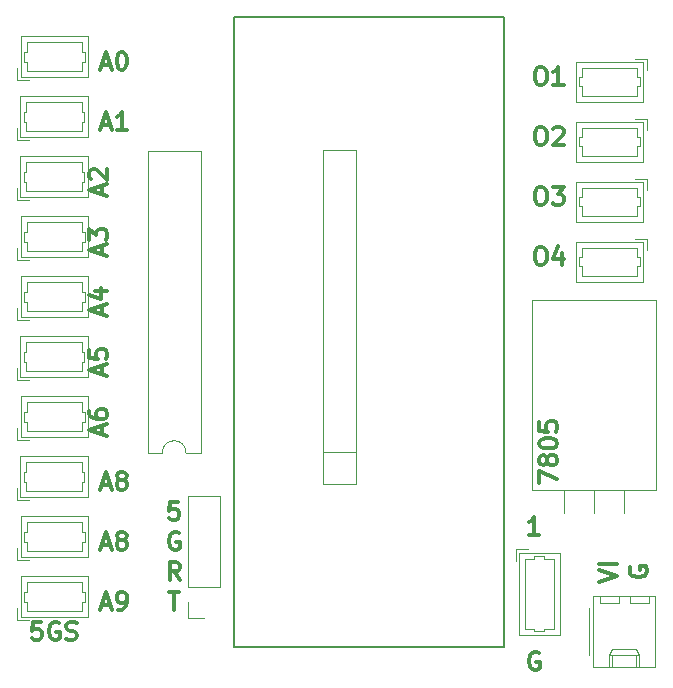
<source format=gbr>
G04 #@! TF.GenerationSoftware,KiCad,Pcbnew,5.0.2*
G04 #@! TF.CreationDate,2019-10-07T10:21:51-03:00*
G04 #@! TF.ProjectId,passavfp,70617373-6176-4667-902e-6b696361645f,rev?*
G04 #@! TF.SameCoordinates,Original*
G04 #@! TF.FileFunction,Legend,Top*
G04 #@! TF.FilePolarity,Positive*
%FSLAX46Y46*%
G04 Gerber Fmt 4.6, Leading zero omitted, Abs format (unit mm)*
G04 Created by KiCad (PCBNEW 5.0.2) date seg 07 out 2019 10:21:51 -03*
%MOMM*%
%LPD*%
G01*
G04 APERTURE LIST*
%ADD10C,0.300000*%
%ADD11C,0.120000*%
%ADD12C,0.150000*%
G04 APERTURE END LIST*
D10*
X136178571Y-107758571D02*
X135321428Y-107758571D01*
X135750000Y-107758571D02*
X135750000Y-106258571D01*
X135607142Y-106472857D01*
X135464285Y-106615714D01*
X135321428Y-106687142D01*
X136142857Y-117760000D02*
X136000000Y-117688571D01*
X135785714Y-117688571D01*
X135571428Y-117760000D01*
X135428571Y-117902857D01*
X135357142Y-118045714D01*
X135285714Y-118331428D01*
X135285714Y-118545714D01*
X135357142Y-118831428D01*
X135428571Y-118974285D01*
X135571428Y-119117142D01*
X135785714Y-119188571D01*
X135928571Y-119188571D01*
X136142857Y-119117142D01*
X136214285Y-119045714D01*
X136214285Y-118545714D01*
X135928571Y-118545714D01*
X136162857Y-83398571D02*
X136448571Y-83398571D01*
X136591428Y-83470000D01*
X136734285Y-83612857D01*
X136805714Y-83898571D01*
X136805714Y-84398571D01*
X136734285Y-84684285D01*
X136591428Y-84827142D01*
X136448571Y-84898571D01*
X136162857Y-84898571D01*
X136020000Y-84827142D01*
X135877142Y-84684285D01*
X135805714Y-84398571D01*
X135805714Y-83898571D01*
X135877142Y-83612857D01*
X136020000Y-83470000D01*
X136162857Y-83398571D01*
X138091428Y-83898571D02*
X138091428Y-84898571D01*
X137734285Y-83327142D02*
X137377142Y-84398571D01*
X138305714Y-84398571D01*
X136162857Y-78318571D02*
X136448571Y-78318571D01*
X136591428Y-78390000D01*
X136734285Y-78532857D01*
X136805714Y-78818571D01*
X136805714Y-79318571D01*
X136734285Y-79604285D01*
X136591428Y-79747142D01*
X136448571Y-79818571D01*
X136162857Y-79818571D01*
X136020000Y-79747142D01*
X135877142Y-79604285D01*
X135805714Y-79318571D01*
X135805714Y-78818571D01*
X135877142Y-78532857D01*
X136020000Y-78390000D01*
X136162857Y-78318571D01*
X137305714Y-78318571D02*
X138234285Y-78318571D01*
X137734285Y-78890000D01*
X137948571Y-78890000D01*
X138091428Y-78961428D01*
X138162857Y-79032857D01*
X138234285Y-79175714D01*
X138234285Y-79532857D01*
X138162857Y-79675714D01*
X138091428Y-79747142D01*
X137948571Y-79818571D01*
X137520000Y-79818571D01*
X137377142Y-79747142D01*
X137305714Y-79675714D01*
X136162857Y-73238571D02*
X136448571Y-73238571D01*
X136591428Y-73310000D01*
X136734285Y-73452857D01*
X136805714Y-73738571D01*
X136805714Y-74238571D01*
X136734285Y-74524285D01*
X136591428Y-74667142D01*
X136448571Y-74738571D01*
X136162857Y-74738571D01*
X136020000Y-74667142D01*
X135877142Y-74524285D01*
X135805714Y-74238571D01*
X135805714Y-73738571D01*
X135877142Y-73452857D01*
X136020000Y-73310000D01*
X136162857Y-73238571D01*
X137377142Y-73381428D02*
X137448571Y-73310000D01*
X137591428Y-73238571D01*
X137948571Y-73238571D01*
X138091428Y-73310000D01*
X138162857Y-73381428D01*
X138234285Y-73524285D01*
X138234285Y-73667142D01*
X138162857Y-73881428D01*
X137305714Y-74738571D01*
X138234285Y-74738571D01*
X136162857Y-68158571D02*
X136448571Y-68158571D01*
X136591428Y-68230000D01*
X136734285Y-68372857D01*
X136805714Y-68658571D01*
X136805714Y-69158571D01*
X136734285Y-69444285D01*
X136591428Y-69587142D01*
X136448571Y-69658571D01*
X136162857Y-69658571D01*
X136020000Y-69587142D01*
X135877142Y-69444285D01*
X135805714Y-69158571D01*
X135805714Y-68658571D01*
X135877142Y-68372857D01*
X136020000Y-68230000D01*
X136162857Y-68158571D01*
X138234285Y-69658571D02*
X137377142Y-69658571D01*
X137805714Y-69658571D02*
X137805714Y-68158571D01*
X137662857Y-68372857D01*
X137520000Y-68515714D01*
X137377142Y-68587142D01*
X141273571Y-111747142D02*
X142773571Y-111247142D01*
X141273571Y-110747142D01*
X142773571Y-110247142D02*
X141273571Y-110247142D01*
X143895000Y-110497142D02*
X143823571Y-110640000D01*
X143823571Y-110854285D01*
X143895000Y-111068571D01*
X144037857Y-111211428D01*
X144180714Y-111282857D01*
X144466428Y-111354285D01*
X144680714Y-111354285D01*
X144966428Y-111282857D01*
X145109285Y-111211428D01*
X145252142Y-111068571D01*
X145323571Y-110854285D01*
X145323571Y-110711428D01*
X145252142Y-110497142D01*
X145180714Y-110425714D01*
X144680714Y-110425714D01*
X144680714Y-110711428D01*
X104841428Y-112608571D02*
X105698571Y-112608571D01*
X105270000Y-114108571D02*
X105270000Y-112608571D01*
X105734285Y-111568571D02*
X105234285Y-110854285D01*
X104877142Y-111568571D02*
X104877142Y-110068571D01*
X105448571Y-110068571D01*
X105591428Y-110140000D01*
X105662857Y-110211428D01*
X105734285Y-110354285D01*
X105734285Y-110568571D01*
X105662857Y-110711428D01*
X105591428Y-110782857D01*
X105448571Y-110854285D01*
X104877142Y-110854285D01*
X105662857Y-107600000D02*
X105520000Y-107528571D01*
X105305714Y-107528571D01*
X105091428Y-107600000D01*
X104948571Y-107742857D01*
X104877142Y-107885714D01*
X104805714Y-108171428D01*
X104805714Y-108385714D01*
X104877142Y-108671428D01*
X104948571Y-108814285D01*
X105091428Y-108957142D01*
X105305714Y-109028571D01*
X105448571Y-109028571D01*
X105662857Y-108957142D01*
X105734285Y-108885714D01*
X105734285Y-108385714D01*
X105448571Y-108385714D01*
X105627142Y-104988571D02*
X104912857Y-104988571D01*
X104841428Y-105702857D01*
X104912857Y-105631428D01*
X105055714Y-105560000D01*
X105412857Y-105560000D01*
X105555714Y-105631428D01*
X105627142Y-105702857D01*
X105698571Y-105845714D01*
X105698571Y-106202857D01*
X105627142Y-106345714D01*
X105555714Y-106417142D01*
X105412857Y-106488571D01*
X105055714Y-106488571D01*
X104912857Y-106417142D01*
X104841428Y-106345714D01*
X99170000Y-99261428D02*
X99170000Y-98547142D01*
X99598571Y-99404285D02*
X98098571Y-98904285D01*
X99598571Y-98404285D01*
X98098571Y-97261428D02*
X98098571Y-97547142D01*
X98170000Y-97690000D01*
X98241428Y-97761428D01*
X98455714Y-97904285D01*
X98741428Y-97975714D01*
X99312857Y-97975714D01*
X99455714Y-97904285D01*
X99527142Y-97832857D01*
X99598571Y-97690000D01*
X99598571Y-97404285D01*
X99527142Y-97261428D01*
X99455714Y-97190000D01*
X99312857Y-97118571D01*
X98955714Y-97118571D01*
X98812857Y-97190000D01*
X98741428Y-97261428D01*
X98670000Y-97404285D01*
X98670000Y-97690000D01*
X98741428Y-97832857D01*
X98812857Y-97904285D01*
X98955714Y-97975714D01*
X99170000Y-94181428D02*
X99170000Y-93467142D01*
X99598571Y-94324285D02*
X98098571Y-93824285D01*
X99598571Y-93324285D01*
X98098571Y-92110000D02*
X98098571Y-92824285D01*
X98812857Y-92895714D01*
X98741428Y-92824285D01*
X98670000Y-92681428D01*
X98670000Y-92324285D01*
X98741428Y-92181428D01*
X98812857Y-92110000D01*
X98955714Y-92038571D01*
X99312857Y-92038571D01*
X99455714Y-92110000D01*
X99527142Y-92181428D01*
X99598571Y-92324285D01*
X99598571Y-92681428D01*
X99527142Y-92824285D01*
X99455714Y-92895714D01*
X99170000Y-89101428D02*
X99170000Y-88387142D01*
X99598571Y-89244285D02*
X98098571Y-88744285D01*
X99598571Y-88244285D01*
X98598571Y-87101428D02*
X99598571Y-87101428D01*
X98027142Y-87458571D02*
X99098571Y-87815714D01*
X99098571Y-86887142D01*
X99170000Y-84021428D02*
X99170000Y-83307142D01*
X99598571Y-84164285D02*
X98098571Y-83664285D01*
X99598571Y-83164285D01*
X98098571Y-82807142D02*
X98098571Y-81878571D01*
X98670000Y-82378571D01*
X98670000Y-82164285D01*
X98741428Y-82021428D01*
X98812857Y-81950000D01*
X98955714Y-81878571D01*
X99312857Y-81878571D01*
X99455714Y-81950000D01*
X99527142Y-82021428D01*
X99598571Y-82164285D01*
X99598571Y-82592857D01*
X99527142Y-82735714D01*
X99455714Y-82807142D01*
X99170000Y-78941428D02*
X99170000Y-78227142D01*
X99598571Y-79084285D02*
X98098571Y-78584285D01*
X99598571Y-78084285D01*
X98241428Y-77655714D02*
X98170000Y-77584285D01*
X98098571Y-77441428D01*
X98098571Y-77084285D01*
X98170000Y-76941428D01*
X98241428Y-76870000D01*
X98384285Y-76798571D01*
X98527142Y-76798571D01*
X98741428Y-76870000D01*
X99598571Y-77727142D01*
X99598571Y-76798571D01*
X99118571Y-73040000D02*
X99832857Y-73040000D01*
X98975714Y-73468571D02*
X99475714Y-71968571D01*
X99975714Y-73468571D01*
X101261428Y-73468571D02*
X100404285Y-73468571D01*
X100832857Y-73468571D02*
X100832857Y-71968571D01*
X100690000Y-72182857D01*
X100547142Y-72325714D01*
X100404285Y-72397142D01*
X99118571Y-67960000D02*
X99832857Y-67960000D01*
X98975714Y-68388571D02*
X99475714Y-66888571D01*
X99975714Y-68388571D01*
X100761428Y-66888571D02*
X100904285Y-66888571D01*
X101047142Y-66960000D01*
X101118571Y-67031428D01*
X101190000Y-67174285D01*
X101261428Y-67460000D01*
X101261428Y-67817142D01*
X101190000Y-68102857D01*
X101118571Y-68245714D01*
X101047142Y-68317142D01*
X100904285Y-68388571D01*
X100761428Y-68388571D01*
X100618571Y-68317142D01*
X100547142Y-68245714D01*
X100475714Y-68102857D01*
X100404285Y-67817142D01*
X100404285Y-67460000D01*
X100475714Y-67174285D01*
X100547142Y-67031428D01*
X100618571Y-66960000D01*
X100761428Y-66888571D01*
X99118571Y-103520000D02*
X99832857Y-103520000D01*
X98975714Y-103948571D02*
X99475714Y-102448571D01*
X99975714Y-103948571D01*
X100690000Y-103091428D02*
X100547142Y-103020000D01*
X100475714Y-102948571D01*
X100404285Y-102805714D01*
X100404285Y-102734285D01*
X100475714Y-102591428D01*
X100547142Y-102520000D01*
X100690000Y-102448571D01*
X100975714Y-102448571D01*
X101118571Y-102520000D01*
X101190000Y-102591428D01*
X101261428Y-102734285D01*
X101261428Y-102805714D01*
X101190000Y-102948571D01*
X101118571Y-103020000D01*
X100975714Y-103091428D01*
X100690000Y-103091428D01*
X100547142Y-103162857D01*
X100475714Y-103234285D01*
X100404285Y-103377142D01*
X100404285Y-103662857D01*
X100475714Y-103805714D01*
X100547142Y-103877142D01*
X100690000Y-103948571D01*
X100975714Y-103948571D01*
X101118571Y-103877142D01*
X101190000Y-103805714D01*
X101261428Y-103662857D01*
X101261428Y-103377142D01*
X101190000Y-103234285D01*
X101118571Y-103162857D01*
X100975714Y-103091428D01*
X99118571Y-108600000D02*
X99832857Y-108600000D01*
X98975714Y-109028571D02*
X99475714Y-107528571D01*
X99975714Y-109028571D01*
X100690000Y-108171428D02*
X100547142Y-108100000D01*
X100475714Y-108028571D01*
X100404285Y-107885714D01*
X100404285Y-107814285D01*
X100475714Y-107671428D01*
X100547142Y-107600000D01*
X100690000Y-107528571D01*
X100975714Y-107528571D01*
X101118571Y-107600000D01*
X101190000Y-107671428D01*
X101261428Y-107814285D01*
X101261428Y-107885714D01*
X101190000Y-108028571D01*
X101118571Y-108100000D01*
X100975714Y-108171428D01*
X100690000Y-108171428D01*
X100547142Y-108242857D01*
X100475714Y-108314285D01*
X100404285Y-108457142D01*
X100404285Y-108742857D01*
X100475714Y-108885714D01*
X100547142Y-108957142D01*
X100690000Y-109028571D01*
X100975714Y-109028571D01*
X101118571Y-108957142D01*
X101190000Y-108885714D01*
X101261428Y-108742857D01*
X101261428Y-108457142D01*
X101190000Y-108314285D01*
X101118571Y-108242857D01*
X100975714Y-108171428D01*
X99118571Y-113680000D02*
X99832857Y-113680000D01*
X98975714Y-114108571D02*
X99475714Y-112608571D01*
X99975714Y-114108571D01*
X100547142Y-114108571D02*
X100832857Y-114108571D01*
X100975714Y-114037142D01*
X101047142Y-113965714D01*
X101190000Y-113751428D01*
X101261428Y-113465714D01*
X101261428Y-112894285D01*
X101190000Y-112751428D01*
X101118571Y-112680000D01*
X100975714Y-112608571D01*
X100690000Y-112608571D01*
X100547142Y-112680000D01*
X100475714Y-112751428D01*
X100404285Y-112894285D01*
X100404285Y-113251428D01*
X100475714Y-113394285D01*
X100547142Y-113465714D01*
X100690000Y-113537142D01*
X100975714Y-113537142D01*
X101118571Y-113465714D01*
X101190000Y-113394285D01*
X101261428Y-113251428D01*
X94002857Y-115148571D02*
X93288571Y-115148571D01*
X93217142Y-115862857D01*
X93288571Y-115791428D01*
X93431428Y-115720000D01*
X93788571Y-115720000D01*
X93931428Y-115791428D01*
X94002857Y-115862857D01*
X94074285Y-116005714D01*
X94074285Y-116362857D01*
X94002857Y-116505714D01*
X93931428Y-116577142D01*
X93788571Y-116648571D01*
X93431428Y-116648571D01*
X93288571Y-116577142D01*
X93217142Y-116505714D01*
X95502857Y-115220000D02*
X95360000Y-115148571D01*
X95145714Y-115148571D01*
X94931428Y-115220000D01*
X94788571Y-115362857D01*
X94717142Y-115505714D01*
X94645714Y-115791428D01*
X94645714Y-116005714D01*
X94717142Y-116291428D01*
X94788571Y-116434285D01*
X94931428Y-116577142D01*
X95145714Y-116648571D01*
X95288571Y-116648571D01*
X95502857Y-116577142D01*
X95574285Y-116505714D01*
X95574285Y-116005714D01*
X95288571Y-116005714D01*
X96145714Y-116577142D02*
X96360000Y-116648571D01*
X96717142Y-116648571D01*
X96860000Y-116577142D01*
X96931428Y-116505714D01*
X97002857Y-116362857D01*
X97002857Y-116220000D01*
X96931428Y-116077142D01*
X96860000Y-116005714D01*
X96717142Y-115934285D01*
X96431428Y-115862857D01*
X96288571Y-115791428D01*
X96217142Y-115720000D01*
X96145714Y-115577142D01*
X96145714Y-115434285D01*
X96217142Y-115291428D01*
X96288571Y-115220000D01*
X96431428Y-115148571D01*
X96788571Y-115148571D01*
X97002857Y-115220000D01*
X136198571Y-103372857D02*
X136198571Y-102372857D01*
X137698571Y-103015714D01*
X136841428Y-101587142D02*
X136770000Y-101730000D01*
X136698571Y-101801428D01*
X136555714Y-101872857D01*
X136484285Y-101872857D01*
X136341428Y-101801428D01*
X136270000Y-101730000D01*
X136198571Y-101587142D01*
X136198571Y-101301428D01*
X136270000Y-101158571D01*
X136341428Y-101087142D01*
X136484285Y-101015714D01*
X136555714Y-101015714D01*
X136698571Y-101087142D01*
X136770000Y-101158571D01*
X136841428Y-101301428D01*
X136841428Y-101587142D01*
X136912857Y-101730000D01*
X136984285Y-101801428D01*
X137127142Y-101872857D01*
X137412857Y-101872857D01*
X137555714Y-101801428D01*
X137627142Y-101730000D01*
X137698571Y-101587142D01*
X137698571Y-101301428D01*
X137627142Y-101158571D01*
X137555714Y-101087142D01*
X137412857Y-101015714D01*
X137127142Y-101015714D01*
X136984285Y-101087142D01*
X136912857Y-101158571D01*
X136841428Y-101301428D01*
X136198571Y-100087142D02*
X136198571Y-99944285D01*
X136270000Y-99801428D01*
X136341428Y-99730000D01*
X136484285Y-99658571D01*
X136770000Y-99587142D01*
X137127142Y-99587142D01*
X137412857Y-99658571D01*
X137555714Y-99730000D01*
X137627142Y-99801428D01*
X137698571Y-99944285D01*
X137698571Y-100087142D01*
X137627142Y-100230000D01*
X137555714Y-100301428D01*
X137412857Y-100372857D01*
X137127142Y-100444285D01*
X136770000Y-100444285D01*
X136484285Y-100372857D01*
X136341428Y-100301428D01*
X136270000Y-100230000D01*
X136198571Y-100087142D01*
X136198571Y-98230000D02*
X136198571Y-98944285D01*
X136912857Y-99015714D01*
X136841428Y-98944285D01*
X136770000Y-98801428D01*
X136770000Y-98444285D01*
X136841428Y-98301428D01*
X136912857Y-98230000D01*
X137055714Y-98158571D01*
X137412857Y-98158571D01*
X137555714Y-98230000D01*
X137627142Y-98301428D01*
X137698571Y-98444285D01*
X137698571Y-98801428D01*
X137627142Y-98944285D01*
X137555714Y-99015714D01*
D11*
G04 #@! TO.C,J5*
X144980000Y-71140000D02*
X144980000Y-67720000D01*
X144980000Y-67720000D02*
X139260000Y-67720000D01*
X139260000Y-67720000D02*
X139260000Y-71140000D01*
X139260000Y-71140000D02*
X144980000Y-71140000D01*
X142120000Y-68230000D02*
X144470000Y-68230000D01*
X144470000Y-68230000D02*
X144470000Y-68980000D01*
X144470000Y-68980000D02*
X144670000Y-68980000D01*
X144670000Y-68980000D02*
X144670000Y-69780000D01*
X144670000Y-69780000D02*
X144470000Y-69780000D01*
X144470000Y-69780000D02*
X144470000Y-70630000D01*
X144470000Y-70630000D02*
X142120000Y-70630000D01*
X142120000Y-68230000D02*
X139770000Y-68230000D01*
X139770000Y-68230000D02*
X139770000Y-68980000D01*
X139770000Y-68980000D02*
X139570000Y-68980000D01*
X139570000Y-68980000D02*
X139570000Y-69780000D01*
X139570000Y-69780000D02*
X139770000Y-69780000D01*
X139770000Y-69780000D02*
X139770000Y-70630000D01*
X139770000Y-70630000D02*
X142120000Y-70630000D01*
X145270000Y-67430000D02*
X145270000Y-68430000D01*
X145270000Y-67430000D02*
X144270000Y-67430000D01*
D12*
G04 #@! TO.C,U2*
X110350000Y-63900000D02*
X110350000Y-117240000D01*
X133210000Y-117240000D02*
X133210000Y-63900000D01*
X110350000Y-117240000D02*
X133210000Y-117240000D01*
X133210000Y-63900000D02*
X110350000Y-63900000D01*
D11*
G04 #@! TO.C,J1*
X140720000Y-112940000D02*
X140720000Y-118960000D01*
X140720000Y-118960000D02*
X146020000Y-118960000D01*
X146020000Y-118960000D02*
X146020000Y-112940000D01*
X146020000Y-112940000D02*
X140720000Y-112940000D01*
X140430000Y-113970000D02*
X140430000Y-117970000D01*
X142100000Y-118960000D02*
X142100000Y-117960000D01*
X142100000Y-117960000D02*
X144640000Y-117960000D01*
X144640000Y-117960000D02*
X144640000Y-118960000D01*
X142100000Y-117960000D02*
X142350000Y-117430000D01*
X142350000Y-117430000D02*
X144390000Y-117430000D01*
X144390000Y-117430000D02*
X144640000Y-117960000D01*
X142350000Y-118960000D02*
X142350000Y-117960000D01*
X144390000Y-118960000D02*
X144390000Y-117960000D01*
X141300000Y-112940000D02*
X141300000Y-113540000D01*
X141300000Y-113540000D02*
X142900000Y-113540000D01*
X142900000Y-113540000D02*
X142900000Y-112940000D01*
X143840000Y-112940000D02*
X143840000Y-113540000D01*
X143840000Y-113540000D02*
X145440000Y-113540000D01*
X145440000Y-113540000D02*
X145440000Y-112940000D01*
G04 #@! TO.C,J2*
X109140000Y-112160000D02*
X106480000Y-112160000D01*
X109140000Y-112160000D02*
X109140000Y-104480000D01*
X109140000Y-104480000D02*
X106480000Y-104480000D01*
X106480000Y-112160000D02*
X106480000Y-104480000D01*
X106480000Y-114760000D02*
X106480000Y-113430000D01*
X107810000Y-114760000D02*
X106480000Y-114760000D01*
G04 #@! TO.C,J3*
X92270000Y-65550000D02*
X92270000Y-68970000D01*
X92270000Y-68970000D02*
X97990000Y-68970000D01*
X97990000Y-68970000D02*
X97990000Y-65550000D01*
X97990000Y-65550000D02*
X92270000Y-65550000D01*
X95130000Y-68460000D02*
X92780000Y-68460000D01*
X92780000Y-68460000D02*
X92780000Y-67710000D01*
X92780000Y-67710000D02*
X92580000Y-67710000D01*
X92580000Y-67710000D02*
X92580000Y-66910000D01*
X92580000Y-66910000D02*
X92780000Y-66910000D01*
X92780000Y-66910000D02*
X92780000Y-66060000D01*
X92780000Y-66060000D02*
X95130000Y-66060000D01*
X95130000Y-68460000D02*
X97480000Y-68460000D01*
X97480000Y-68460000D02*
X97480000Y-67710000D01*
X97480000Y-67710000D02*
X97680000Y-67710000D01*
X97680000Y-67710000D02*
X97680000Y-66910000D01*
X97680000Y-66910000D02*
X97480000Y-66910000D01*
X97480000Y-66910000D02*
X97480000Y-66060000D01*
X97480000Y-66060000D02*
X95130000Y-66060000D01*
X91980000Y-69260000D02*
X91980000Y-68260000D01*
X91980000Y-69260000D02*
X92980000Y-69260000D01*
G04 #@! TO.C,J4*
X137910000Y-109280000D02*
X134490000Y-109280000D01*
X134490000Y-109280000D02*
X134490000Y-116250000D01*
X134490000Y-116250000D02*
X137910000Y-116250000D01*
X137910000Y-116250000D02*
X137910000Y-109280000D01*
X135000000Y-112765000D02*
X135000000Y-109790000D01*
X135000000Y-109790000D02*
X135750000Y-109790000D01*
X135750000Y-109790000D02*
X135750000Y-109590000D01*
X135750000Y-109590000D02*
X136550000Y-109590000D01*
X136550000Y-109590000D02*
X136550000Y-109790000D01*
X136550000Y-109790000D02*
X137400000Y-109790000D01*
X137400000Y-109790000D02*
X137400000Y-112765000D01*
X135000000Y-112765000D02*
X135000000Y-115740000D01*
X135000000Y-115740000D02*
X135750000Y-115740000D01*
X135750000Y-115740000D02*
X135750000Y-115940000D01*
X135750000Y-115940000D02*
X136550000Y-115940000D01*
X136550000Y-115940000D02*
X136550000Y-115740000D01*
X136550000Y-115740000D02*
X137400000Y-115740000D01*
X137400000Y-115740000D02*
X137400000Y-112765000D01*
X134200000Y-108990000D02*
X135200000Y-108990000D01*
X134200000Y-108990000D02*
X134200000Y-109990000D01*
G04 #@! TO.C,J6*
X91940000Y-74340000D02*
X92940000Y-74340000D01*
X91940000Y-74340000D02*
X91940000Y-73340000D01*
X97440000Y-71140000D02*
X95090000Y-71140000D01*
X97440000Y-71990000D02*
X97440000Y-71140000D01*
X97640000Y-71990000D02*
X97440000Y-71990000D01*
X97640000Y-72790000D02*
X97640000Y-71990000D01*
X97440000Y-72790000D02*
X97640000Y-72790000D01*
X97440000Y-73540000D02*
X97440000Y-72790000D01*
X95090000Y-73540000D02*
X97440000Y-73540000D01*
X92740000Y-71140000D02*
X95090000Y-71140000D01*
X92740000Y-71990000D02*
X92740000Y-71140000D01*
X92540000Y-71990000D02*
X92740000Y-71990000D01*
X92540000Y-72790000D02*
X92540000Y-71990000D01*
X92740000Y-72790000D02*
X92540000Y-72790000D01*
X92740000Y-73540000D02*
X92740000Y-72790000D01*
X95090000Y-73540000D02*
X92740000Y-73540000D01*
X97950000Y-70630000D02*
X92230000Y-70630000D01*
X97950000Y-74050000D02*
X97950000Y-70630000D01*
X92230000Y-74050000D02*
X97950000Y-74050000D01*
X92230000Y-70630000D02*
X92230000Y-74050000D01*
G04 #@! TO.C,J7*
X145270000Y-72510000D02*
X144270000Y-72510000D01*
X145270000Y-72510000D02*
X145270000Y-73510000D01*
X139770000Y-75710000D02*
X142120000Y-75710000D01*
X139770000Y-74860000D02*
X139770000Y-75710000D01*
X139570000Y-74860000D02*
X139770000Y-74860000D01*
X139570000Y-74060000D02*
X139570000Y-74860000D01*
X139770000Y-74060000D02*
X139570000Y-74060000D01*
X139770000Y-73310000D02*
X139770000Y-74060000D01*
X142120000Y-73310000D02*
X139770000Y-73310000D01*
X144470000Y-75710000D02*
X142120000Y-75710000D01*
X144470000Y-74860000D02*
X144470000Y-75710000D01*
X144670000Y-74860000D02*
X144470000Y-74860000D01*
X144670000Y-74060000D02*
X144670000Y-74860000D01*
X144470000Y-74060000D02*
X144670000Y-74060000D01*
X144470000Y-73310000D02*
X144470000Y-74060000D01*
X142120000Y-73310000D02*
X144470000Y-73310000D01*
X139260000Y-76220000D02*
X144980000Y-76220000D01*
X139260000Y-72800000D02*
X139260000Y-76220000D01*
X144980000Y-72800000D02*
X139260000Y-72800000D01*
X144980000Y-76220000D02*
X144980000Y-72800000D01*
G04 #@! TO.C,J8*
X92230000Y-75710000D02*
X92230000Y-79130000D01*
X92230000Y-79130000D02*
X97950000Y-79130000D01*
X97950000Y-79130000D02*
X97950000Y-75710000D01*
X97950000Y-75710000D02*
X92230000Y-75710000D01*
X95090000Y-78620000D02*
X92740000Y-78620000D01*
X92740000Y-78620000D02*
X92740000Y-77870000D01*
X92740000Y-77870000D02*
X92540000Y-77870000D01*
X92540000Y-77870000D02*
X92540000Y-77070000D01*
X92540000Y-77070000D02*
X92740000Y-77070000D01*
X92740000Y-77070000D02*
X92740000Y-76220000D01*
X92740000Y-76220000D02*
X95090000Y-76220000D01*
X95090000Y-78620000D02*
X97440000Y-78620000D01*
X97440000Y-78620000D02*
X97440000Y-77870000D01*
X97440000Y-77870000D02*
X97640000Y-77870000D01*
X97640000Y-77870000D02*
X97640000Y-77070000D01*
X97640000Y-77070000D02*
X97440000Y-77070000D01*
X97440000Y-77070000D02*
X97440000Y-76220000D01*
X97440000Y-76220000D02*
X95090000Y-76220000D01*
X91940000Y-79420000D02*
X91940000Y-78420000D01*
X91940000Y-79420000D02*
X92940000Y-79420000D01*
G04 #@! TO.C,J9*
X144980000Y-81300000D02*
X144980000Y-77880000D01*
X144980000Y-77880000D02*
X139260000Y-77880000D01*
X139260000Y-77880000D02*
X139260000Y-81300000D01*
X139260000Y-81300000D02*
X144980000Y-81300000D01*
X142120000Y-78390000D02*
X144470000Y-78390000D01*
X144470000Y-78390000D02*
X144470000Y-79140000D01*
X144470000Y-79140000D02*
X144670000Y-79140000D01*
X144670000Y-79140000D02*
X144670000Y-79940000D01*
X144670000Y-79940000D02*
X144470000Y-79940000D01*
X144470000Y-79940000D02*
X144470000Y-80790000D01*
X144470000Y-80790000D02*
X142120000Y-80790000D01*
X142120000Y-78390000D02*
X139770000Y-78390000D01*
X139770000Y-78390000D02*
X139770000Y-79140000D01*
X139770000Y-79140000D02*
X139570000Y-79140000D01*
X139570000Y-79140000D02*
X139570000Y-79940000D01*
X139570000Y-79940000D02*
X139770000Y-79940000D01*
X139770000Y-79940000D02*
X139770000Y-80790000D01*
X139770000Y-80790000D02*
X142120000Y-80790000D01*
X145270000Y-77590000D02*
X145270000Y-78590000D01*
X145270000Y-77590000D02*
X144270000Y-77590000D01*
G04 #@! TO.C,J10*
X91980000Y-84500000D02*
X92980000Y-84500000D01*
X91980000Y-84500000D02*
X91980000Y-83500000D01*
X97480000Y-81300000D02*
X95130000Y-81300000D01*
X97480000Y-82150000D02*
X97480000Y-81300000D01*
X97680000Y-82150000D02*
X97480000Y-82150000D01*
X97680000Y-82950000D02*
X97680000Y-82150000D01*
X97480000Y-82950000D02*
X97680000Y-82950000D01*
X97480000Y-83700000D02*
X97480000Y-82950000D01*
X95130000Y-83700000D02*
X97480000Y-83700000D01*
X92780000Y-81300000D02*
X95130000Y-81300000D01*
X92780000Y-82150000D02*
X92780000Y-81300000D01*
X92580000Y-82150000D02*
X92780000Y-82150000D01*
X92580000Y-82950000D02*
X92580000Y-82150000D01*
X92780000Y-82950000D02*
X92580000Y-82950000D01*
X92780000Y-83700000D02*
X92780000Y-82950000D01*
X95130000Y-83700000D02*
X92780000Y-83700000D01*
X97990000Y-80790000D02*
X92270000Y-80790000D01*
X97990000Y-84210000D02*
X97990000Y-80790000D01*
X92270000Y-84210000D02*
X97990000Y-84210000D01*
X92270000Y-80790000D02*
X92270000Y-84210000D01*
G04 #@! TO.C,J11*
X145270000Y-82670000D02*
X144270000Y-82670000D01*
X145270000Y-82670000D02*
X145270000Y-83670000D01*
X139770000Y-85870000D02*
X142120000Y-85870000D01*
X139770000Y-85020000D02*
X139770000Y-85870000D01*
X139570000Y-85020000D02*
X139770000Y-85020000D01*
X139570000Y-84220000D02*
X139570000Y-85020000D01*
X139770000Y-84220000D02*
X139570000Y-84220000D01*
X139770000Y-83470000D02*
X139770000Y-84220000D01*
X142120000Y-83470000D02*
X139770000Y-83470000D01*
X144470000Y-85870000D02*
X142120000Y-85870000D01*
X144470000Y-85020000D02*
X144470000Y-85870000D01*
X144670000Y-85020000D02*
X144470000Y-85020000D01*
X144670000Y-84220000D02*
X144670000Y-85020000D01*
X144470000Y-84220000D02*
X144670000Y-84220000D01*
X144470000Y-83470000D02*
X144470000Y-84220000D01*
X142120000Y-83470000D02*
X144470000Y-83470000D01*
X139260000Y-86380000D02*
X144980000Y-86380000D01*
X139260000Y-82960000D02*
X139260000Y-86380000D01*
X144980000Y-82960000D02*
X139260000Y-82960000D01*
X144980000Y-86380000D02*
X144980000Y-82960000D01*
G04 #@! TO.C,J12*
X92270000Y-85870000D02*
X92270000Y-89290000D01*
X92270000Y-89290000D02*
X97990000Y-89290000D01*
X97990000Y-89290000D02*
X97990000Y-85870000D01*
X97990000Y-85870000D02*
X92270000Y-85870000D01*
X95130000Y-88780000D02*
X92780000Y-88780000D01*
X92780000Y-88780000D02*
X92780000Y-88030000D01*
X92780000Y-88030000D02*
X92580000Y-88030000D01*
X92580000Y-88030000D02*
X92580000Y-87230000D01*
X92580000Y-87230000D02*
X92780000Y-87230000D01*
X92780000Y-87230000D02*
X92780000Y-86380000D01*
X92780000Y-86380000D02*
X95130000Y-86380000D01*
X95130000Y-88780000D02*
X97480000Y-88780000D01*
X97480000Y-88780000D02*
X97480000Y-88030000D01*
X97480000Y-88030000D02*
X97680000Y-88030000D01*
X97680000Y-88030000D02*
X97680000Y-87230000D01*
X97680000Y-87230000D02*
X97480000Y-87230000D01*
X97480000Y-87230000D02*
X97480000Y-86380000D01*
X97480000Y-86380000D02*
X95130000Y-86380000D01*
X91980000Y-89580000D02*
X91980000Y-88580000D01*
X91980000Y-89580000D02*
X92980000Y-89580000D01*
G04 #@! TO.C,J13*
X91940000Y-94660000D02*
X92940000Y-94660000D01*
X91940000Y-94660000D02*
X91940000Y-93660000D01*
X97440000Y-91460000D02*
X95090000Y-91460000D01*
X97440000Y-92310000D02*
X97440000Y-91460000D01*
X97640000Y-92310000D02*
X97440000Y-92310000D01*
X97640000Y-93110000D02*
X97640000Y-92310000D01*
X97440000Y-93110000D02*
X97640000Y-93110000D01*
X97440000Y-93860000D02*
X97440000Y-93110000D01*
X95090000Y-93860000D02*
X97440000Y-93860000D01*
X92740000Y-91460000D02*
X95090000Y-91460000D01*
X92740000Y-92310000D02*
X92740000Y-91460000D01*
X92540000Y-92310000D02*
X92740000Y-92310000D01*
X92540000Y-93110000D02*
X92540000Y-92310000D01*
X92740000Y-93110000D02*
X92540000Y-93110000D01*
X92740000Y-93860000D02*
X92740000Y-93110000D01*
X95090000Y-93860000D02*
X92740000Y-93860000D01*
X97950000Y-90950000D02*
X92230000Y-90950000D01*
X97950000Y-94370000D02*
X97950000Y-90950000D01*
X92230000Y-94370000D02*
X97950000Y-94370000D01*
X92230000Y-90950000D02*
X92230000Y-94370000D01*
G04 #@! TO.C,J14*
X92270000Y-96030000D02*
X92270000Y-99450000D01*
X92270000Y-99450000D02*
X97990000Y-99450000D01*
X97990000Y-99450000D02*
X97990000Y-96030000D01*
X97990000Y-96030000D02*
X92270000Y-96030000D01*
X95130000Y-98940000D02*
X92780000Y-98940000D01*
X92780000Y-98940000D02*
X92780000Y-98190000D01*
X92780000Y-98190000D02*
X92580000Y-98190000D01*
X92580000Y-98190000D02*
X92580000Y-97390000D01*
X92580000Y-97390000D02*
X92780000Y-97390000D01*
X92780000Y-97390000D02*
X92780000Y-96540000D01*
X92780000Y-96540000D02*
X95130000Y-96540000D01*
X95130000Y-98940000D02*
X97480000Y-98940000D01*
X97480000Y-98940000D02*
X97480000Y-98190000D01*
X97480000Y-98190000D02*
X97680000Y-98190000D01*
X97680000Y-98190000D02*
X97680000Y-97390000D01*
X97680000Y-97390000D02*
X97480000Y-97390000D01*
X97480000Y-97390000D02*
X97480000Y-96540000D01*
X97480000Y-96540000D02*
X95130000Y-96540000D01*
X91980000Y-99740000D02*
X91980000Y-98740000D01*
X91980000Y-99740000D02*
X92980000Y-99740000D01*
G04 #@! TO.C,J15*
X91940000Y-104820000D02*
X92940000Y-104820000D01*
X91940000Y-104820000D02*
X91940000Y-103820000D01*
X97440000Y-101620000D02*
X95090000Y-101620000D01*
X97440000Y-102470000D02*
X97440000Y-101620000D01*
X97640000Y-102470000D02*
X97440000Y-102470000D01*
X97640000Y-103270000D02*
X97640000Y-102470000D01*
X97440000Y-103270000D02*
X97640000Y-103270000D01*
X97440000Y-104020000D02*
X97440000Y-103270000D01*
X95090000Y-104020000D02*
X97440000Y-104020000D01*
X92740000Y-101620000D02*
X95090000Y-101620000D01*
X92740000Y-102470000D02*
X92740000Y-101620000D01*
X92540000Y-102470000D02*
X92740000Y-102470000D01*
X92540000Y-103270000D02*
X92540000Y-102470000D01*
X92740000Y-103270000D02*
X92540000Y-103270000D01*
X92740000Y-104020000D02*
X92740000Y-103270000D01*
X95090000Y-104020000D02*
X92740000Y-104020000D01*
X97950000Y-101110000D02*
X92230000Y-101110000D01*
X97950000Y-104530000D02*
X97950000Y-101110000D01*
X92230000Y-104530000D02*
X97950000Y-104530000D01*
X92230000Y-101110000D02*
X92230000Y-104530000D01*
G04 #@! TO.C,J16*
X92270000Y-106190000D02*
X92270000Y-109610000D01*
X92270000Y-109610000D02*
X97990000Y-109610000D01*
X97990000Y-109610000D02*
X97990000Y-106190000D01*
X97990000Y-106190000D02*
X92270000Y-106190000D01*
X95130000Y-109100000D02*
X92780000Y-109100000D01*
X92780000Y-109100000D02*
X92780000Y-108350000D01*
X92780000Y-108350000D02*
X92580000Y-108350000D01*
X92580000Y-108350000D02*
X92580000Y-107550000D01*
X92580000Y-107550000D02*
X92780000Y-107550000D01*
X92780000Y-107550000D02*
X92780000Y-106700000D01*
X92780000Y-106700000D02*
X95130000Y-106700000D01*
X95130000Y-109100000D02*
X97480000Y-109100000D01*
X97480000Y-109100000D02*
X97480000Y-108350000D01*
X97480000Y-108350000D02*
X97680000Y-108350000D01*
X97680000Y-108350000D02*
X97680000Y-107550000D01*
X97680000Y-107550000D02*
X97480000Y-107550000D01*
X97480000Y-107550000D02*
X97480000Y-106700000D01*
X97480000Y-106700000D02*
X95130000Y-106700000D01*
X91980000Y-109900000D02*
X91980000Y-108900000D01*
X91980000Y-109900000D02*
X92980000Y-109900000D01*
G04 #@! TO.C,J17*
X91980000Y-114980000D02*
X92980000Y-114980000D01*
X91980000Y-114980000D02*
X91980000Y-113980000D01*
X97480000Y-111780000D02*
X95130000Y-111780000D01*
X97480000Y-112630000D02*
X97480000Y-111780000D01*
X97680000Y-112630000D02*
X97480000Y-112630000D01*
X97680000Y-113430000D02*
X97680000Y-112630000D01*
X97480000Y-113430000D02*
X97680000Y-113430000D01*
X97480000Y-114180000D02*
X97480000Y-113430000D01*
X95130000Y-114180000D02*
X97480000Y-114180000D01*
X92780000Y-111780000D02*
X95130000Y-111780000D01*
X92780000Y-112630000D02*
X92780000Y-111780000D01*
X92580000Y-112630000D02*
X92780000Y-112630000D01*
X92580000Y-113430000D02*
X92580000Y-112630000D01*
X92780000Y-113430000D02*
X92580000Y-113430000D01*
X92780000Y-114180000D02*
X92780000Y-113430000D01*
X95130000Y-114180000D02*
X92780000Y-114180000D01*
X97990000Y-111270000D02*
X92270000Y-111270000D01*
X97990000Y-114690000D02*
X97990000Y-111270000D01*
X92270000Y-114690000D02*
X97990000Y-114690000D01*
X92270000Y-111270000D02*
X92270000Y-114690000D01*
G04 #@! TO.C,RN1*
X104270000Y-100790000D02*
G75*
G02X106270000Y-100790000I1000000J0D01*
G01*
X106270000Y-100790000D02*
X107520000Y-100790000D01*
X107520000Y-100790000D02*
X107520000Y-75270000D01*
X107520000Y-75270000D02*
X103020000Y-75270000D01*
X103020000Y-75270000D02*
X103020000Y-100790000D01*
X103020000Y-100790000D02*
X104270000Y-100790000D01*
G04 #@! TO.C,RN2*
X117840000Y-103440000D02*
X120640000Y-103440000D01*
X120640000Y-103440000D02*
X120640000Y-75160000D01*
X120640000Y-75160000D02*
X117840000Y-75160000D01*
X117840000Y-75160000D02*
X117840000Y-103440000D01*
X117840000Y-100730000D02*
X120640000Y-100730000D01*
G04 #@! TO.C,U1*
X135580000Y-103970000D02*
X146080000Y-103970000D01*
X135580000Y-87860000D02*
X146080000Y-87860000D01*
X135580000Y-87860000D02*
X135580000Y-103970000D01*
X146080000Y-87860000D02*
X146080000Y-103970000D01*
X138290000Y-103970000D02*
X138290000Y-105930000D01*
X140830000Y-103970000D02*
X140830000Y-105930000D01*
X143370000Y-103970000D02*
X143370000Y-105930000D01*
G04 #@! TD*
M02*

</source>
